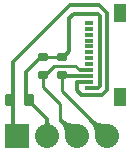
<source format=gtl>
G04*
G04 #@! TF.GenerationSoftware,Altium Limited,Altium Designer,24.1.2 (44)*
G04*
G04 Layer_Physical_Order=1*
G04 Layer_Color=255*
%FSLAX25Y25*%
%MOIN*%
G70*
G04*
G04 #@! TF.SameCoordinates,65BFF3FE-7942-4149-9377-A7B4CFA7E9D2*
G04*
G04*
G04 #@! TF.FilePolarity,Positive*
G04*
G01*
G75*
G04:AMPARAMS|DCode=12|XSize=31.5mil|YSize=37.4mil|CornerRadius=3.94mil|HoleSize=0mil|Usage=FLASHONLY|Rotation=0.000|XOffset=0mil|YOffset=0mil|HoleType=Round|Shape=RoundedRectangle|*
%AMROUNDEDRECTD12*
21,1,0.03150,0.02953,0,0,0.0*
21,1,0.02362,0.03740,0,0,0.0*
1,1,0.00787,0.01181,-0.01476*
1,1,0.00787,-0.01181,-0.01476*
1,1,0.00787,-0.01181,0.01476*
1,1,0.00787,0.01181,0.01476*
%
%ADD12ROUNDEDRECTD12*%
%ADD13R,0.03937X0.06000*%
%ADD14R,0.02756X0.01181*%
G04:AMPARAMS|DCode=15|XSize=23.62mil|YSize=35.43mil|CornerRadius=2.95mil|HoleSize=0mil|Usage=FLASHONLY|Rotation=90.000|XOffset=0mil|YOffset=0mil|HoleType=Round|Shape=RoundedRectangle|*
%AMROUNDEDRECTD15*
21,1,0.02362,0.02953,0,0,90.0*
21,1,0.01772,0.03543,0,0,90.0*
1,1,0.00591,0.01476,0.00886*
1,1,0.00591,0.01476,-0.00886*
1,1,0.00591,-0.01476,-0.00886*
1,1,0.00591,-0.01476,0.00886*
%
%ADD15ROUNDEDRECTD15*%
%ADD22C,0.01000*%
%ADD23C,0.01200*%
%ADD24R,0.08000X0.08000*%
%ADD25C,0.08000*%
G36*
X123085Y414243D02*
X123091Y414013D01*
X123109Y413807D01*
X123139Y413625D01*
X123181Y413467D01*
X123235Y413334D01*
X123301Y413225D01*
X123379Y413140D01*
X123469Y413080D01*
X123571Y413043D01*
X123685Y413031D01*
X121285D01*
X121399Y413043D01*
X121501Y413080D01*
X121591Y413140D01*
X121669Y413225D01*
X121735Y413334D01*
X121789Y413467D01*
X121831Y413625D01*
X121861Y413807D01*
X121879Y414013D01*
X121885Y414243D01*
X123085D01*
D02*
G37*
G36*
X134576Y414928D02*
X134583Y414575D01*
X134640Y413964D01*
X134690Y413706D01*
X134754Y413481D01*
X134832Y413288D01*
X134925Y413126D01*
X135031Y412997D01*
X135152Y412899D01*
X135287Y412834D01*
X132665D01*
X132800Y412899D01*
X132921Y412997D01*
X133028Y413126D01*
X133120Y413288D01*
X133199Y413481D01*
X133263Y413706D01*
X133312Y413964D01*
X133348Y414253D01*
X133369Y414575D01*
X133376Y414928D01*
X134576D01*
D02*
G37*
G36*
X138695Y415043D02*
X139111Y414660D01*
X139551Y414317D01*
X140016Y414016D01*
X140504Y413755D01*
X141016Y413536D01*
X141552Y413358D01*
X142112Y413220D01*
X142696Y413124D01*
X143304Y413069D01*
X143936Y413055D01*
X139977Y409095D01*
X139962Y409727D01*
X139907Y410335D01*
X139811Y410919D01*
X139674Y411480D01*
X139496Y412016D01*
X139276Y412528D01*
X139016Y413016D01*
X138714Y413480D01*
X138372Y413920D01*
X137988Y414336D01*
X138695Y415043D01*
D02*
G37*
G36*
X148695D02*
X149111Y414660D01*
X149551Y414317D01*
X150016Y414016D01*
X150504Y413755D01*
X151016Y413536D01*
X151552Y413358D01*
X152112Y413220D01*
X152696Y413124D01*
X153304Y413069D01*
X153936Y413055D01*
X149977Y409095D01*
X149962Y409727D01*
X149907Y410335D01*
X149811Y410919D01*
X149674Y411480D01*
X149496Y412016D01*
X149276Y412528D01*
X149016Y413016D01*
X148714Y413480D01*
X148372Y413920D01*
X147988Y414336D01*
X148695Y415043D01*
D02*
G37*
D12*
X121457Y421149D02*
D03*
X127756D02*
D03*
D13*
X158217Y450012D02*
D03*
Y422138D02*
D03*
D14*
X147784Y444933D02*
D03*
Y446902D02*
D03*
Y425248D02*
D03*
Y427217D02*
D03*
Y429185D02*
D03*
Y431154D02*
D03*
Y433122D02*
D03*
Y435091D02*
D03*
Y437059D02*
D03*
Y439028D02*
D03*
Y440996D02*
D03*
Y442965D02*
D03*
D15*
X139000Y435677D02*
D03*
Y429575D02*
D03*
X132500Y435677D02*
D03*
Y429575D02*
D03*
D22*
X138189Y414843D02*
Y419685D01*
Y414843D02*
X143976Y409055D01*
X132500Y425374D02*
X138189Y419685D01*
X132500Y425374D02*
Y429575D01*
X136200Y432644D02*
X143242D01*
X144732Y431154D01*
X133813Y430256D02*
X136200Y432644D01*
X133181Y430256D02*
X133813D01*
X132500Y429575D02*
X133181Y430256D01*
X132500Y435677D02*
X139000D01*
Y424031D02*
X153976Y409055D01*
X139000Y424031D02*
Y429575D01*
D23*
X154000Y424500D02*
Y450035D01*
X145381Y422860D02*
X152360D01*
X154000Y424500D01*
X150797Y450000D02*
X151500Y449297D01*
Y425951D02*
Y449297D01*
X142913Y450000D02*
X150797D01*
Y425248D02*
X151500Y425951D01*
X147784Y425248D02*
X150797D01*
X151279Y452756D02*
X154000Y450035D01*
X122485Y433804D02*
X141437Y452756D01*
X122485Y410546D02*
Y421149D01*
Y433804D01*
X141437Y452756D02*
X151279D01*
X126781Y422123D02*
X127756Y421149D01*
X126781Y422123D02*
Y423112D01*
X126772Y423122D02*
X126781Y423112D01*
X126772Y430539D02*
X131909Y435677D01*
X126772Y423122D02*
Y430539D01*
X133976Y409055D02*
Y414928D01*
X129026Y419879D02*
X133976Y414928D01*
X127756Y420853D02*
Y421149D01*
X128731Y419879D02*
X129026D01*
X127756Y420853D02*
X128731Y419879D01*
X144732Y431154D02*
X147784D01*
X131909Y435677D02*
X132500D01*
X122485Y410546D02*
X123976Y409055D01*
X141339Y448425D02*
X142913Y450000D01*
X141339Y437425D02*
Y448425D01*
X139591Y435677D02*
X141339Y437425D01*
X139000Y435677D02*
X139591D01*
X143780Y424461D02*
X145381Y422860D01*
X143780Y424461D02*
Y427217D01*
X147784D01*
X139390Y429185D02*
X147784D01*
D24*
X123976Y409055D02*
D03*
D25*
X133976D02*
D03*
X143976D02*
D03*
X153976D02*
D03*
M02*

</source>
